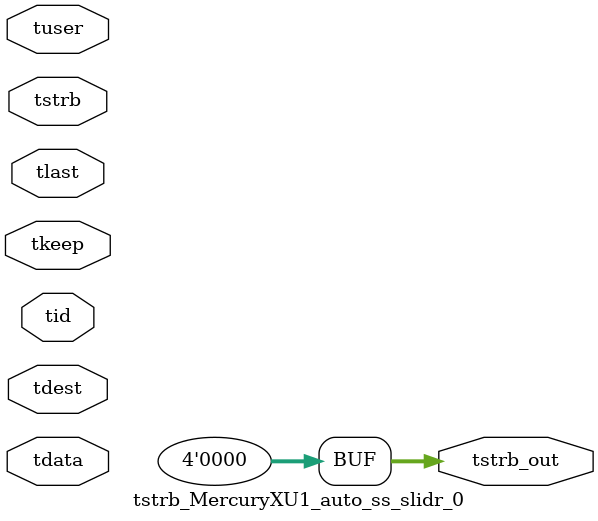
<source format=v>


`timescale 1ps/1ps

module tstrb_MercuryXU1_auto_ss_slidr_0 #
(
parameter C_S_AXIS_TDATA_WIDTH = 32,
parameter C_S_AXIS_TUSER_WIDTH = 0,
parameter C_S_AXIS_TID_WIDTH   = 0,
parameter C_S_AXIS_TDEST_WIDTH = 0,
parameter C_M_AXIS_TDATA_WIDTH = 32
)
(
input  [(C_S_AXIS_TDATA_WIDTH == 0 ? 1 : C_S_AXIS_TDATA_WIDTH)-1:0     ] tdata,
input  [(C_S_AXIS_TUSER_WIDTH == 0 ? 1 : C_S_AXIS_TUSER_WIDTH)-1:0     ] tuser,
input  [(C_S_AXIS_TID_WIDTH   == 0 ? 1 : C_S_AXIS_TID_WIDTH)-1:0       ] tid,
input  [(C_S_AXIS_TDEST_WIDTH == 0 ? 1 : C_S_AXIS_TDEST_WIDTH)-1:0     ] tdest,
input  [(C_S_AXIS_TDATA_WIDTH/8)-1:0 ] tkeep,
input  [(C_S_AXIS_TDATA_WIDTH/8)-1:0 ] tstrb,
input                                                                    tlast,
output [(C_M_AXIS_TDATA_WIDTH/8)-1:0 ] tstrb_out
);

assign tstrb_out = {1'b0};

endmodule


</source>
